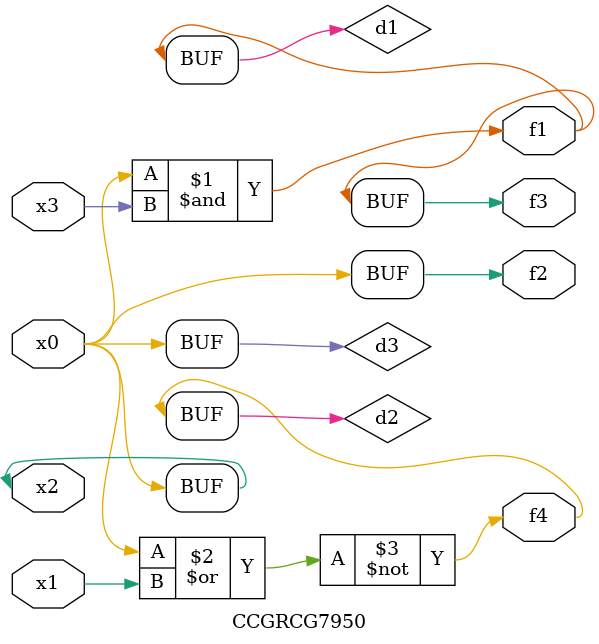
<source format=v>
module CCGRCG7950(
	input x0, x1, x2, x3,
	output f1, f2, f3, f4
);

	wire d1, d2, d3;

	and (d1, x2, x3);
	nor (d2, x0, x1);
	buf (d3, x0, x2);
	assign f1 = d1;
	assign f2 = d3;
	assign f3 = d1;
	assign f4 = d2;
endmodule

</source>
